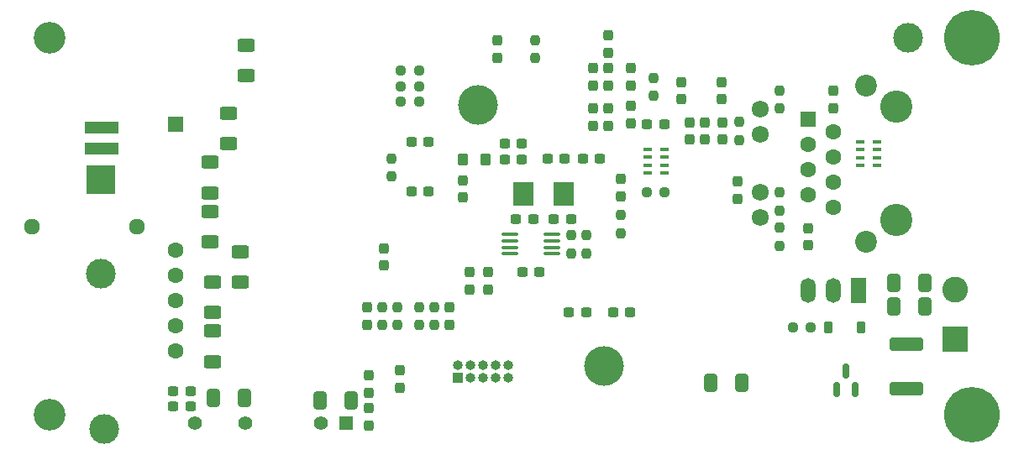
<source format=gbr>
G04 #@! TF.GenerationSoftware,KiCad,Pcbnew,8.0.1*
G04 #@! TF.CreationDate,2024-04-28T13:44:55+02:00*
G04 #@! TF.ProjectId,ETH1ISO224,45544831-4953-44f3-9232-342e6b696361,rev?*
G04 #@! TF.SameCoordinates,Original*
G04 #@! TF.FileFunction,Soldermask,Bot*
G04 #@! TF.FilePolarity,Negative*
%FSLAX46Y46*%
G04 Gerber Fmt 4.6, Leading zero omitted, Abs format (unit mm)*
G04 Created by KiCad (PCBNEW 8.0.1) date 2024-04-28 13:44:55*
%MOMM*%
%LPD*%
G01*
G04 APERTURE LIST*
G04 Aperture macros list*
%AMRoundRect*
0 Rectangle with rounded corners*
0 $1 Rounding radius*
0 $2 $3 $4 $5 $6 $7 $8 $9 X,Y pos of 4 corners*
0 Add a 4 corners polygon primitive as box body*
4,1,4,$2,$3,$4,$5,$6,$7,$8,$9,$2,$3,0*
0 Add four circle primitives for the rounded corners*
1,1,$1+$1,$2,$3*
1,1,$1+$1,$4,$5*
1,1,$1+$1,$6,$7*
1,1,$1+$1,$8,$9*
0 Add four rect primitives between the rounded corners*
20,1,$1+$1,$2,$3,$4,$5,0*
20,1,$1+$1,$4,$5,$6,$7,0*
20,1,$1+$1,$6,$7,$8,$9,0*
20,1,$1+$1,$8,$9,$2,$3,0*%
%AMFreePoly0*
4,1,29,0.178017,0.779942,0.347107,0.720775,0.498792,0.625465,0.625465,0.498792,0.720775,0.347107,0.779942,0.178017,0.800000,0.000000,0.779942,-0.178017,0.720775,-0.347107,0.625465,-0.498792,0.498792,-0.625465,0.347107,-0.720775,0.178017,-0.779942,0.000000,-0.800000,-0.178017,-0.779942,-0.347107,-0.720775,-0.498792,-0.625465,-0.625465,-0.498792,-0.720775,-0.347107,-0.779942,-0.178017,
-0.800000,0.000000,-0.779942,0.178017,-0.720775,0.347107,-0.625465,0.498792,-0.498792,0.625465,-0.347107,0.720775,-0.178017,0.779942,0.000000,0.800000,0.178017,0.779942,0.178017,0.779942,$1*%
G04 Aperture macros list end*
%ADD10RoundRect,0.237500X0.237500X-0.250000X0.237500X0.250000X-0.237500X0.250000X-0.237500X-0.250000X0*%
%ADD11RoundRect,0.237500X-0.237500X0.300000X-0.237500X-0.300000X0.237500X-0.300000X0.237500X0.300000X0*%
%ADD12R,2.600000X2.600000*%
%ADD13C,2.600000*%
%ADD14C,4.000000*%
%ADD15C,1.400000*%
%ADD16R,1.400000X1.400000*%
%ADD17C,1.600000*%
%ADD18RoundRect,0.222222X-0.577778X0.577778X-0.577778X-0.577778X0.577778X-0.577778X0.577778X0.577778X0*%
%ADD19R,1.000000X1.000000*%
%ADD20O,1.000000X1.000000*%
%ADD21C,3.250000*%
%ADD22RoundRect,0.248000X0.552000X-0.552000X0.552000X0.552000X-0.552000X0.552000X-0.552000X-0.552000X0*%
%ADD23C,1.720000*%
%ADD24C,2.200000*%
%ADD25C,3.200000*%
%ADD26R,1.500000X2.500000*%
%ADD27O,1.500000X2.500000*%
%ADD28FreePoly0,270.000000*%
%ADD29R,3.000000X3.000000*%
%ADD30C,3.000000*%
%ADD31C,5.600000*%
%ADD32RoundRect,0.237500X0.237500X-0.300000X0.237500X0.300000X-0.237500X0.300000X-0.237500X-0.300000X0*%
%ADD33RoundRect,0.237500X-0.237500X0.250000X-0.237500X-0.250000X0.237500X-0.250000X0.237500X0.250000X0*%
%ADD34R,3.400000X1.300000*%
%ADD35RoundRect,0.237500X0.300000X0.237500X-0.300000X0.237500X-0.300000X-0.237500X0.300000X-0.237500X0*%
%ADD36RoundRect,0.237500X-0.250000X-0.237500X0.250000X-0.237500X0.250000X0.237500X-0.250000X0.237500X0*%
%ADD37RoundRect,0.250000X-0.412500X-0.650000X0.412500X-0.650000X0.412500X0.650000X-0.412500X0.650000X0*%
%ADD38R,0.900000X0.400000*%
%ADD39R,2.000000X2.400000*%
%ADD40RoundRect,0.250000X-1.450000X0.400000X-1.450000X-0.400000X1.450000X-0.400000X1.450000X0.400000X0*%
%ADD41RoundRect,0.250000X0.625000X-0.400000X0.625000X0.400000X-0.625000X0.400000X-0.625000X-0.400000X0*%
%ADD42RoundRect,0.237500X-0.300000X-0.237500X0.300000X-0.237500X0.300000X0.237500X-0.300000X0.237500X0*%
%ADD43RoundRect,0.237500X0.250000X0.237500X-0.250000X0.237500X-0.250000X-0.237500X0.250000X-0.237500X0*%
%ADD44RoundRect,0.250000X-0.625000X0.400000X-0.625000X-0.400000X0.625000X-0.400000X0.625000X0.400000X0*%
%ADD45RoundRect,0.250000X0.412500X0.650000X-0.412500X0.650000X-0.412500X-0.650000X0.412500X-0.650000X0*%
%ADD46RoundRect,0.225000X-0.225000X-0.375000X0.225000X-0.375000X0.225000X0.375000X-0.225000X0.375000X0*%
%ADD47RoundRect,0.100000X-0.712500X-0.100000X0.712500X-0.100000X0.712500X0.100000X-0.712500X0.100000X0*%
%ADD48RoundRect,0.150000X0.150000X-0.587500X0.150000X0.587500X-0.150000X0.587500X-0.150000X-0.587500X0*%
%ADD49RoundRect,0.250000X0.275000X0.350000X-0.275000X0.350000X-0.275000X-0.350000X0.275000X-0.350000X0*%
G04 APERTURE END LIST*
D10*
G04 #@! TO.C,R221*
X152908000Y-68683500D03*
X152908000Y-70508500D03*
G04 #@! TD*
D11*
G04 #@! TO.C,C211*
X160274000Y-68225500D03*
X160274000Y-69950500D03*
G04 #@! TD*
D12*
G04 #@! TO.C,J301*
X195250000Y-98893000D03*
D13*
X195250000Y-93893000D03*
G04 #@! TD*
D14*
G04 #@! TO.C,HS101*
X159863000Y-101552000D03*
X147223000Y-75232000D03*
G04 #@! TD*
D15*
G04 #@! TO.C,U202*
X118618000Y-107366000D03*
X123698000Y-107366000D03*
X131318000Y-107366000D03*
D16*
X133858000Y-107366000D03*
G04 #@! TD*
D17*
G04 #@! TO.C,RN201*
X116713000Y-100076000D03*
X116713000Y-97536000D03*
X116713000Y-94996000D03*
X116713000Y-92456000D03*
X116713000Y-89916000D03*
D18*
X116713000Y-77216000D03*
G04 #@! TD*
D19*
G04 #@! TO.C,J401*
X145151000Y-102733000D03*
D20*
X145151000Y-101463000D03*
X146421000Y-102733000D03*
X146421000Y-101463000D03*
X147691000Y-102733000D03*
X147691000Y-101463000D03*
X148961000Y-102733000D03*
X148961000Y-101463000D03*
X150231000Y-102733000D03*
X150231000Y-101463000D03*
G04 #@! TD*
D21*
G04 #@! TO.C,J501*
X189342000Y-75438000D03*
X189342000Y-86868000D03*
D22*
X180452000Y-76708000D03*
D17*
X182992000Y-77978000D03*
X180452000Y-79248000D03*
X182992000Y-80518000D03*
X180452000Y-81788000D03*
X182992000Y-83058000D03*
X180452000Y-84328000D03*
X182992000Y-85598000D03*
D23*
X175622000Y-75688000D03*
X175622000Y-78228000D03*
X175622000Y-84078000D03*
X175622000Y-86618000D03*
D24*
X186292000Y-73253000D03*
X186292000Y-89053000D03*
G04 #@! TD*
D25*
G04 #@! TO.C,H102*
X104000000Y-106500000D03*
G04 #@! TD*
G04 #@! TO.C,H101*
X104000000Y-68500000D03*
G04 #@! TD*
D26*
G04 #@! TO.C,U301*
X185566500Y-93948500D03*
D27*
X183026500Y-93948500D03*
X180486500Y-93948500D03*
G04 #@! TD*
D28*
G04 #@! TO.C,J201*
X112770000Y-87500000D03*
X102270000Y-87500000D03*
D29*
X109170000Y-82740000D03*
D30*
X109170000Y-92260000D03*
G04 #@! TD*
D31*
G04 #@! TO.C,H104*
X197000000Y-106500000D03*
G04 #@! TD*
G04 #@! TO.C,H103*
X197000000Y-68500000D03*
G04 #@! TD*
D32*
G04 #@! TO.C,C509*
X171831000Y-78713500D03*
X171831000Y-76988500D03*
G04 #@! TD*
D33*
G04 #@! TO.C,R402*
X164846000Y-72493500D03*
X164846000Y-74318500D03*
G04 #@! TD*
D32*
G04 #@! TO.C,C504*
X171704000Y-74649500D03*
X171704000Y-72924500D03*
G04 #@! TD*
D34*
G04 #@! TO.C,L201*
X109220000Y-79663000D03*
X109220000Y-77563000D03*
G04 #@! TD*
D35*
G04 #@! TO.C,C215*
X142213500Y-83947000D03*
X140488500Y-83947000D03*
G04 #@! TD*
D11*
G04 #@! TO.C,C510*
X173355000Y-82957500D03*
X173355000Y-84682500D03*
G04 #@! TD*
G04 #@! TO.C,C209*
X136017000Y-95657500D03*
X136017000Y-97382500D03*
G04 #@! TD*
D36*
G04 #@! TO.C,R218*
X139422500Y-71755000D03*
X141247500Y-71755000D03*
G04 #@! TD*
D37*
G04 #@! TO.C,C301*
X189064500Y-95552000D03*
X192189500Y-95552000D03*
G04 #@! TD*
D38*
G04 #@! TO.C,RN502*
X165950000Y-79699000D03*
X165950000Y-80499000D03*
X165950000Y-81299000D03*
X165950000Y-82099000D03*
X164250000Y-82099000D03*
X164250000Y-81299000D03*
X164250000Y-80499000D03*
X164250000Y-79699000D03*
G04 #@! TD*
D35*
G04 #@! TO.C,C417*
X152754500Y-86741000D03*
X151029500Y-86741000D03*
G04 #@! TD*
D33*
G04 #@! TO.C,R504*
X173482000Y-76938500D03*
X173482000Y-78763500D03*
G04 #@! TD*
D39*
G04 #@! TO.C,Y401*
X155797000Y-84201000D03*
X151797000Y-84201000D03*
G04 #@! TD*
D40*
G04 #@! TO.C,F301*
X190373000Y-99375000D03*
X190373000Y-103825000D03*
G04 #@! TD*
D38*
G04 #@! TO.C,RN503*
X185713000Y-81337000D03*
X185713000Y-80537000D03*
X185713000Y-79737000D03*
X185713000Y-78937000D03*
X187413000Y-78937000D03*
X187413000Y-79737000D03*
X187413000Y-80537000D03*
X187413000Y-81337000D03*
G04 #@! TD*
D10*
G04 #@! TO.C,R211*
X141224000Y-97432500D03*
X141224000Y-95607500D03*
G04 #@! TD*
D41*
G04 #@! TO.C,R207*
X120396000Y-96165000D03*
X120396000Y-93065000D03*
G04 #@! TD*
D42*
G04 #@! TO.C,C414*
X157760500Y-80645000D03*
X159485500Y-80645000D03*
G04 #@! TD*
D43*
G04 #@! TO.C,R217*
X141247500Y-73345500D03*
X139422500Y-73345500D03*
G04 #@! TD*
D32*
G04 #@! TO.C,C501*
X167640000Y-74649500D03*
X167640000Y-72924500D03*
G04 #@! TD*
D42*
G04 #@! TO.C,C422*
X151664500Y-92075000D03*
X153389500Y-92075000D03*
G04 #@! TD*
G04 #@! TO.C,C408*
X160808500Y-96139000D03*
X162533500Y-96139000D03*
G04 #@! TD*
D30*
G04 #@! TO.C,FID104*
X190500000Y-68453000D03*
G04 #@! TD*
D10*
G04 #@! TO.C,R209*
X142748000Y-97432500D03*
X142748000Y-95607500D03*
G04 #@! TD*
D44*
G04 #@! TO.C,R205*
X123825000Y-69189000D03*
X123825000Y-72289000D03*
G04 #@! TD*
D11*
G04 #@! TO.C,C207*
X136144000Y-105817500D03*
X136144000Y-107542500D03*
G04 #@! TD*
D10*
G04 #@! TO.C,R210*
X139065000Y-97432500D03*
X139065000Y-95607500D03*
G04 #@! TD*
D41*
G04 #@! TO.C,R202*
X120142000Y-84100000D03*
X120142000Y-81000000D03*
G04 #@! TD*
D32*
G04 #@! TO.C,C402*
X162560000Y-73252500D03*
X162560000Y-71527500D03*
G04 #@! TD*
D41*
G04 #@! TO.C,R201*
X122047000Y-79147000D03*
X122047000Y-76047000D03*
G04 #@! TD*
D42*
G04 #@! TO.C,C421*
X149886500Y-80772000D03*
X151611500Y-80772000D03*
G04 #@! TD*
D35*
G04 #@! TO.C,C203*
X118210500Y-104140000D03*
X116485500Y-104140000D03*
G04 #@! TD*
D32*
G04 #@! TO.C,C406*
X160274000Y-73252500D03*
X160274000Y-71527500D03*
G04 #@! TD*
G04 #@! TO.C,C505*
X168529000Y-78713500D03*
X168529000Y-76988500D03*
G04 #@! TD*
D41*
G04 #@! TO.C,R203*
X120142000Y-89053000D03*
X120142000Y-85953000D03*
G04 #@! TD*
D33*
G04 #@! TO.C,R503*
X177546000Y-87606500D03*
X177546000Y-89431500D03*
G04 #@! TD*
D11*
G04 #@! TO.C,C511*
X180467000Y-87656500D03*
X180467000Y-89381500D03*
G04 #@! TD*
D10*
G04 #@! TO.C,R407*
X156591000Y-90193500D03*
X156591000Y-88368500D03*
G04 #@! TD*
D33*
G04 #@! TO.C,R406*
X161544000Y-86336500D03*
X161544000Y-88161500D03*
G04 #@! TD*
D32*
G04 #@! TO.C,C512*
X183007000Y-75538500D03*
X183007000Y-73813500D03*
G04 #@! TD*
D45*
G04 #@! TO.C,C206*
X134404500Y-105029000D03*
X131279500Y-105029000D03*
G04 #@! TD*
D35*
G04 #@! TO.C,C204*
X118210500Y-105664000D03*
X116485500Y-105664000D03*
G04 #@! TD*
D46*
G04 #@! TO.C,D302*
X182500000Y-97663000D03*
X185800000Y-97663000D03*
G04 #@! TD*
D47*
G04 #@! TO.C,U404*
X150414500Y-90256000D03*
X150414500Y-89606000D03*
X150414500Y-88956000D03*
X150414500Y-88306000D03*
X154639500Y-88306000D03*
X154639500Y-88956000D03*
X154639500Y-89606000D03*
X154639500Y-90256000D03*
G04 #@! TD*
D35*
G04 #@! TO.C,C506*
X165962500Y-77216000D03*
X164237500Y-77216000D03*
G04 #@! TD*
G04 #@! TO.C,C217*
X142213500Y-78994000D03*
X140488500Y-78994000D03*
G04 #@! TD*
D41*
G04 #@! TO.C,R208*
X120396000Y-101118000D03*
X120396000Y-98018000D03*
G04 #@! TD*
D33*
G04 #@! TO.C,R505*
X177546000Y-84050500D03*
X177546000Y-85875500D03*
G04 #@! TD*
D48*
G04 #@! TO.C,D301*
X185227000Y-103934500D03*
X183327000Y-103934500D03*
X184277000Y-102059500D03*
G04 #@! TD*
D30*
G04 #@! TO.C,FID102*
X109474000Y-107950000D03*
G04 #@! TD*
D32*
G04 #@! TO.C,C403*
X158750000Y-73252500D03*
X158750000Y-71527500D03*
G04 #@! TD*
D42*
G04 #@! TO.C,C418*
X149886500Y-79121000D03*
X151611500Y-79121000D03*
G04 #@! TD*
D11*
G04 #@! TO.C,C405*
X162560000Y-75337500D03*
X162560000Y-77062500D03*
G04 #@! TD*
G04 #@! TO.C,C401*
X145669000Y-82830500D03*
X145669000Y-84555500D03*
G04 #@! TD*
D33*
G04 #@! TO.C,R212*
X137541000Y-95607500D03*
X137541000Y-97432500D03*
G04 #@! TD*
D43*
G04 #@! TO.C,R302*
X180744500Y-97663000D03*
X178919500Y-97663000D03*
G04 #@! TD*
D11*
G04 #@! TO.C,C411*
X160274000Y-75591500D03*
X160274000Y-77316500D03*
G04 #@! TD*
D45*
G04 #@! TO.C,C304*
X173774500Y-103251000D03*
X170649500Y-103251000D03*
G04 #@! TD*
D37*
G04 #@! TO.C,C302*
X189064500Y-93218000D03*
X192189500Y-93218000D03*
G04 #@! TD*
D42*
G04 #@! TO.C,C410*
X154204500Y-80645000D03*
X155929500Y-80645000D03*
G04 #@! TD*
G04 #@! TO.C,C416*
X154839500Y-86741000D03*
X156564500Y-86741000D03*
G04 #@! TD*
D11*
G04 #@! TO.C,C214*
X137668000Y-89688500D03*
X137668000Y-91413500D03*
G04 #@! TD*
D36*
G04 #@! TO.C,R502*
X164187500Y-84074000D03*
X166012500Y-84074000D03*
G04 #@! TD*
D33*
G04 #@! TO.C,R213*
X138430000Y-80635000D03*
X138430000Y-82460000D03*
G04 #@! TD*
D32*
G04 #@! TO.C,C419*
X148209000Y-93826500D03*
X148209000Y-92101500D03*
G04 #@! TD*
G04 #@! TO.C,C502*
X170053000Y-78713500D03*
X170053000Y-76988500D03*
G04 #@! TD*
G04 #@! TO.C,C208*
X136144000Y-104240500D03*
X136144000Y-102515500D03*
G04 #@! TD*
G04 #@! TO.C,C218*
X139319000Y-103732500D03*
X139319000Y-102007500D03*
G04 #@! TD*
D37*
G04 #@! TO.C,C202*
X120484500Y-104775000D03*
X123609500Y-104775000D03*
G04 #@! TD*
D35*
G04 #@! TO.C,C420*
X158088500Y-96139000D03*
X156363500Y-96139000D03*
G04 #@! TD*
D11*
G04 #@! TO.C,C212*
X149098000Y-68733500D03*
X149098000Y-70458500D03*
G04 #@! TD*
D41*
G04 #@! TO.C,R206*
X123190000Y-93117000D03*
X123190000Y-90017000D03*
G04 #@! TD*
D32*
G04 #@! TO.C,C404*
X146304000Y-93826500D03*
X146304000Y-92101500D03*
G04 #@! TD*
D11*
G04 #@! TO.C,C210*
X144272000Y-95657500D03*
X144272000Y-97382500D03*
G04 #@! TD*
D36*
G04 #@! TO.C,R216*
X139422500Y-74930000D03*
X141247500Y-74930000D03*
G04 #@! TD*
D11*
G04 #@! TO.C,C412*
X161544000Y-82703500D03*
X161544000Y-84428500D03*
G04 #@! TD*
D10*
G04 #@! TO.C,R506*
X177546000Y-75588500D03*
X177546000Y-73763500D03*
G04 #@! TD*
G04 #@! TO.C,R408*
X158115000Y-90193500D03*
X158115000Y-88368500D03*
G04 #@! TD*
D11*
G04 #@! TO.C,C409*
X158750000Y-75591500D03*
X158750000Y-77316500D03*
G04 #@! TD*
D49*
G04 #@! TO.C,FB401*
X147962000Y-80772000D03*
X145662000Y-80772000D03*
G04 #@! TD*
M02*

</source>
